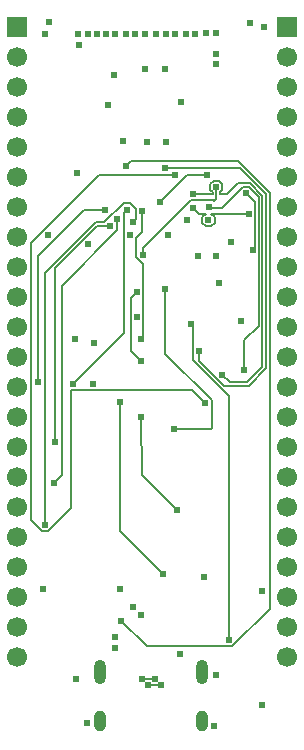
<source format=gbl>
%TF.GenerationSoftware,KiCad,Pcbnew,9.0.6*%
%TF.CreationDate,2025-12-14T17:15:15-06:00*%
%TF.ProjectId,PCB,5043422e-6b69-4636-9164-5f7063625858,rev?*%
%TF.SameCoordinates,Original*%
%TF.FileFunction,Copper,L4,Bot*%
%TF.FilePolarity,Positive*%
%FSLAX46Y46*%
G04 Gerber Fmt 4.6, Leading zero omitted, Abs format (unit mm)*
G04 Created by KiCad (PCBNEW 9.0.6) date 2025-12-14 17:15:15*
%MOMM*%
%LPD*%
G01*
G04 APERTURE LIST*
%TA.AperFunction,ComponentPad*%
%ADD10R,1.700000X1.700000*%
%TD*%
%TA.AperFunction,ComponentPad*%
%ADD11C,1.700000*%
%TD*%
%TA.AperFunction,HeatsinkPad*%
%ADD12O,1.000000X2.100000*%
%TD*%
%TA.AperFunction,HeatsinkPad*%
%ADD13O,1.000000X1.800000*%
%TD*%
%TA.AperFunction,ViaPad*%
%ADD14C,0.604799*%
%TD*%
%TA.AperFunction,Conductor*%
%ADD15C,0.152400*%
%TD*%
G04 APERTURE END LIST*
D10*
%TO.P,J1,1,Pin_1*%
%TO.N,/3V3*%
X115010000Y-66110000D03*
D11*
%TO.P,J1,2,Pin_2*%
%TO.N,/GPIO0*%
X115010000Y-68650000D03*
%TO.P,J1,3,Pin_3*%
%TO.N,/GPIO1*%
X115010000Y-71190000D03*
%TO.P,J1,4,Pin_4*%
%TO.N,/GPIO2*%
X115010000Y-73730000D03*
%TO.P,J1,5,Pin_5*%
%TO.N,/GPIO3*%
X115010000Y-76270000D03*
%TO.P,J1,6,Pin_6*%
%TO.N,/GPIO4*%
X115010000Y-78810000D03*
%TO.P,J1,7,Pin_7*%
%TO.N,/GPIO5*%
X115010000Y-81350000D03*
%TO.P,J1,8,Pin_8*%
%TO.N,/GPIO6*%
X115010000Y-83890000D03*
%TO.P,J1,9,Pin_9*%
%TO.N,/GPIO7*%
X115010000Y-86430000D03*
%TO.P,J1,10,Pin_10*%
%TO.N,/GPIO8*%
X115010000Y-88970000D03*
%TO.P,J1,11,Pin_11*%
%TO.N,/GPIO9*%
X115010000Y-91510000D03*
%TO.P,J1,12,Pin_12*%
%TO.N,/GPIO10*%
X115010000Y-94050000D03*
%TO.P,J1,13,Pin_13*%
%TO.N,/GPIO11*%
X115010000Y-96590000D03*
%TO.P,J1,14,Pin_14*%
%TO.N,/GPIO12*%
X115010000Y-99130000D03*
%TO.P,J1,15,Pin_15*%
%TO.N,/GPIO13*%
X115010000Y-101670000D03*
%TO.P,J1,16,Pin_16*%
%TO.N,/GPIO14*%
X115010000Y-104210000D03*
%TO.P,J1,17,Pin_17*%
%TO.N,/GPIO15*%
X115010000Y-106750000D03*
%TO.P,J1,18,Pin_18*%
%TO.N,/GPIO16*%
X115010000Y-109290000D03*
%TO.P,J1,19,Pin_19*%
%TO.N,/I2C_SCL*%
X115010000Y-111830000D03*
%TO.P,J1,20,Pin_20*%
%TO.N,/I2C_SDA*%
X115010000Y-114370000D03*
%TO.P,J1,21,Pin_21*%
%TO.N,/5VUSB*%
X115010000Y-116910000D03*
%TO.P,J1,22,Pin_22*%
%TO.N,GND*%
X115010000Y-119450000D03*
%TD*%
D12*
%TO.P,JUSB1,S1,SHIELD*%
%TO.N,GND*%
X122040000Y-120700000D03*
D13*
X122040000Y-124880000D03*
D12*
X130680000Y-120700000D03*
D13*
X130680000Y-124880000D03*
%TD*%
D10*
%TO.P,J3,1,Pin_1*%
%TO.N,GND*%
X137870000Y-66110000D03*
D11*
%TO.P,J3,2,Pin_2*%
%TO.N,/ESP32_EN*%
X137870000Y-68650000D03*
%TO.P,J3,3,Pin_3*%
%TO.N,/GPIO46*%
X137870000Y-71190000D03*
%TO.P,J3,4,Pin_4*%
%TO.N,/GPIO45*%
X137870000Y-73730000D03*
%TO.P,J3,5,Pin_5*%
%TO.N,/RXD*%
X137870000Y-76270000D03*
%TO.P,J3,6,Pin_6*%
%TO.N,/TXD*%
X137870000Y-78810000D03*
%TO.P,J3,7,Pin_7*%
%TO.N,/GPIO42*%
X137870000Y-81350000D03*
%TO.P,J3,8,Pin_8*%
%TO.N,/GPIO41*%
X137870000Y-83890000D03*
%TO.P,J3,9,Pin_9*%
%TO.N,/GPIO40*%
X137870000Y-86430000D03*
%TO.P,J3,10,Pin_10*%
%TO.N,/GPIO39*%
X137870000Y-88970000D03*
%TO.P,J3,11,Pin_11*%
%TO.N,/GPIO38*%
X137870000Y-91510000D03*
%TO.P,J3,12,Pin_12*%
%TO.N,/GPIO37*%
X137870000Y-94050000D03*
%TO.P,J3,13,Pin_13*%
%TO.N,/GPIO36*%
X137870000Y-96590000D03*
%TO.P,J3,14,Pin_14*%
%TO.N,/GPIO35*%
X137870000Y-99130000D03*
%TO.P,J3,15,Pin_15*%
%TO.N,/GPIO34*%
X137870000Y-101670000D03*
%TO.P,J3,16,Pin_16*%
%TO.N,/GPIO33*%
X137870000Y-104210000D03*
%TO.P,J3,17,Pin_17*%
%TO.N,/GPIO26*%
X137870000Y-106750000D03*
%TO.P,J3,18,Pin_18*%
%TO.N,/GPIO21*%
X137870000Y-109290000D03*
%TO.P,J3,19,Pin_19*%
%TO.N,unconnected-(J3-Pin_19-Pad19)*%
X137870000Y-111830000D03*
%TO.P,J3,20,Pin_20*%
%TO.N,unconnected-(J3-Pin_20-Pad20)*%
X137870000Y-114370000D03*
%TO.P,J3,21,Pin_21*%
%TO.N,/GPIO48*%
X137870000Y-116910000D03*
%TO.P,J3,22,Pin_22*%
%TO.N,/GPIO47*%
X137870000Y-119450000D03*
%TD*%
D14*
%TO.N,GND*%
X131699000Y-125222000D03*
X131826000Y-69215000D03*
X125494838Y-115834299D03*
X129413000Y-82423000D03*
X127635000Y-66675000D03*
X127635000Y-75819000D03*
X123698000Y-113665000D03*
X129286000Y-66675000D03*
X130980094Y-66589335D03*
X131826000Y-66548000D03*
X122682000Y-72644000D03*
X120142000Y-66675000D03*
X131826000Y-85471000D03*
X121031000Y-66675000D03*
X133985000Y-90932000D03*
X117729000Y-65659000D03*
X117221000Y-113665000D03*
X124968000Y-66675000D03*
X122555000Y-66675000D03*
X125158500Y-90614500D03*
X121500000Y-92840000D03*
X120269000Y-67564000D03*
X127508000Y-69596000D03*
X121385600Y-96292401D03*
X128905000Y-72390000D03*
X130810000Y-112649000D03*
X125857000Y-69596000D03*
X134740000Y-65760000D03*
X120015000Y-121285000D03*
X125857000Y-66675000D03*
X135763000Y-113792000D03*
X128397000Y-66675000D03*
X123952000Y-75692000D03*
X132080000Y-87757000D03*
X123317000Y-66675000D03*
X123190000Y-70104000D03*
X135763000Y-123444000D03*
X124206000Y-66675000D03*
X130048000Y-66675000D03*
X131190294Y-82423708D03*
X120100000Y-78470000D03*
X121031000Y-84455000D03*
X130302000Y-85471000D03*
X121793000Y-66675000D03*
X125984000Y-75819000D03*
X131826000Y-68326000D03*
X135890000Y-66040000D03*
X120904000Y-124968000D03*
X131826000Y-120904000D03*
X126746000Y-66675000D03*
%TO.N,/3V3*%
X119888000Y-92456000D03*
X127762000Y-83693000D03*
X124587000Y-83693000D03*
X123698000Y-97790000D03*
X129921000Y-81407000D03*
X134620000Y-81915000D03*
X117602000Y-83693000D03*
X117348000Y-66675000D03*
X127381000Y-112395000D03*
%TO.N,/ESP32_EN*%
X131064000Y-78613000D03*
X132969000Y-117983000D03*
X127127000Y-80899000D03*
X129676639Y-91186000D03*
%TO.N,/GPIO0*%
X123825000Y-116332000D03*
X124206000Y-77851000D03*
%TO.N,/5VUSB*%
X128760000Y-119126000D03*
X123317000Y-117729000D03*
X133063419Y-84283274D03*
X124841000Y-115189000D03*
X123317000Y-118618000D03*
%TO.N,/GPIO48*%
X131846000Y-79629000D03*
X125476000Y-99060000D03*
X125622100Y-85344000D03*
X128540000Y-106960000D03*
X125159501Y-88519000D03*
X125476000Y-94361000D03*
%TO.N,/GPIO16*%
X117348000Y-108204000D03*
X124841000Y-82550000D03*
%TO.N,/GPIO13*%
X122399715Y-81531769D03*
X116735999Y-96139000D03*
%TO.N,/I2C_SDA*%
X125603000Y-81661000D03*
X125476000Y-92456000D03*
%TO.N,/GPIO15*%
X123466999Y-82296000D03*
X118110000Y-104648000D03*
%TO.N,/I2C_SCL*%
X119761000Y-96266000D03*
X124333000Y-81534000D03*
%TO.N,/GPIO14*%
X118237000Y-101219000D03*
X122855999Y-82931000D03*
%TO.N,/GPIO33*%
X132334000Y-95504000D03*
X129910122Y-80217002D03*
%TO.N,/GPIO26*%
X130937000Y-97917000D03*
X128397000Y-78613000D03*
%TO.N,/GPIO21*%
X127508000Y-77978000D03*
X130429000Y-93472000D03*
%TO.N,/GPIO47*%
X128270000Y-100076000D03*
X127508000Y-88265000D03*
%TO.N,/GPIO35*%
X134926368Y-84963000D03*
X134366000Y-80137000D03*
%TO.N,/GPIO34*%
X134239000Y-95123000D03*
X131252727Y-81279000D03*
%TO.N,/USB_N*%
X126640999Y-121285000D03*
X125604401Y-121283765D03*
%TO.N,/USB_P*%
X126106465Y-121821307D03*
X127184401Y-121775149D03*
%TD*%
D15*
%TO.N,/3V3*%
X129921000Y-81407000D02*
X130429000Y-81915000D01*
X130429000Y-81915000D02*
X130946640Y-81915000D01*
X123698000Y-108712000D02*
X123698000Y-97790000D01*
X130659001Y-82202639D02*
X130659001Y-82643362D01*
X131411362Y-82955000D02*
X131723000Y-82643362D01*
X130946640Y-81915000D02*
X130659001Y-82202639D01*
X131723000Y-82202639D02*
X131435361Y-81915000D01*
X131723000Y-82643362D02*
X131723000Y-82202639D01*
X130970639Y-82955000D02*
X131411362Y-82955000D01*
X130659001Y-82643362D02*
X130970639Y-82955000D01*
X131435361Y-81915000D02*
X134620000Y-81915000D01*
X127381000Y-112395000D02*
X123698000Y-108712000D01*
%TO.N,/ESP32_EN*%
X127127000Y-80899000D02*
X129413000Y-78613000D01*
X129676639Y-91186000D02*
X129746002Y-91186000D01*
X129897001Y-94251828D02*
X132969000Y-97323827D01*
X129413000Y-78613000D02*
X131064000Y-78613000D01*
X129897001Y-91336999D02*
X129897001Y-94251828D01*
X132969000Y-97323827D02*
X132969000Y-117983000D01*
X129746002Y-91186000D02*
X129897001Y-91336999D01*
%TO.N,/GPIO0*%
X126008000Y-118515000D02*
X123825000Y-116332000D01*
X136375200Y-115329162D02*
X133189362Y-118515000D01*
X124610999Y-77446001D02*
X133724763Y-77446001D01*
X133724763Y-77446001D02*
X136375200Y-80096438D01*
X136375200Y-80096438D02*
X136375200Y-115329162D01*
X133189362Y-118515000D02*
X126008000Y-118515000D01*
X124206000Y-77851000D02*
X124610999Y-77446001D01*
%TO.N,/5VUSB*%
X128760000Y-119108000D02*
X128651000Y-118999000D01*
X128760000Y-119126000D02*
X128760000Y-119108000D01*
%TO.N,/GPIO48*%
X128540000Y-106960000D02*
X128540000Y-106950000D01*
X125603000Y-104013000D02*
X125476000Y-99060000D01*
X128540000Y-106950000D02*
X125603000Y-104013000D01*
X131675001Y-80748001D02*
X131699000Y-80772000D01*
X125622100Y-85344000D02*
X125622100Y-84826540D01*
X125476000Y-94361000D02*
X124626501Y-93511501D01*
X125622100Y-84826540D02*
X129700639Y-80748001D01*
X124626501Y-89052000D02*
X125159501Y-88519000D01*
X131846000Y-80625000D02*
X131846000Y-79629000D01*
X131699000Y-80772000D02*
X131846000Y-80625000D01*
X129700639Y-80748001D02*
X131675001Y-80748001D01*
X124626501Y-93511501D02*
X124626501Y-89052000D01*
%TO.N,/GPIO16*%
X124553362Y-81002001D02*
X125071001Y-81519640D01*
X117348000Y-86943533D02*
X121666333Y-82625200D01*
X122385439Y-82625200D02*
X124008638Y-81002001D01*
X117348000Y-108204000D02*
X117348000Y-86943533D01*
X121666333Y-82625200D02*
X122385439Y-82625200D01*
X125071001Y-82319999D02*
X124841000Y-82550000D01*
X124008638Y-81002001D02*
X124553362Y-81002001D01*
X125071001Y-81519640D02*
X125071001Y-82319999D01*
%TO.N,/GPIO13*%
X120652231Y-81531769D02*
X116735999Y-85448001D01*
X116735999Y-85448001D02*
X116735999Y-96139000D01*
X122399715Y-81531769D02*
X120652231Y-81531769D01*
%TO.N,/I2C_SDA*%
X125603000Y-83429362D02*
X125603000Y-81661000D01*
X125476000Y-92456000D02*
X125690500Y-92241500D01*
X125690500Y-86164761D02*
X125090101Y-85564362D01*
X125690500Y-92241500D02*
X125690500Y-86164761D01*
X125090101Y-85564362D02*
X125090101Y-83942261D01*
X125090101Y-83942261D02*
X125603000Y-83429362D01*
%TO.N,/GPIO15*%
X118110000Y-104648000D02*
X118769000Y-103989000D01*
X118769000Y-103989000D02*
X118769000Y-87987000D01*
X118769000Y-87987000D02*
X123466999Y-83289001D01*
X123466999Y-83289001D02*
X123466999Y-82296000D01*
%TO.N,/I2C_SCL*%
X124055001Y-91971999D02*
X119761000Y-96266000D01*
X124333000Y-81534000D02*
X124055001Y-81811999D01*
X124055001Y-81811999D02*
X124055001Y-91971999D01*
%TO.N,/GPIO14*%
X118237000Y-86487000D02*
X121793000Y-82931000D01*
X118237000Y-101219000D02*
X118237000Y-86487000D01*
X121793000Y-82931000D02*
X122855999Y-82931000D01*
%TO.N,/GPIO33*%
X132782692Y-80217002D02*
X133700493Y-79299201D01*
X131540200Y-80217002D02*
X131540200Y-80075561D01*
X132151800Y-80075562D02*
X132151800Y-80217002D01*
X135763600Y-94858762D02*
X135763600Y-80349772D01*
X132151800Y-80217002D02*
X132782692Y-80217002D01*
X134713028Y-79299201D02*
X133858000Y-79299201D01*
X133858000Y-79299201D02*
X133806799Y-79299201D01*
X131314001Y-79408639D02*
X131625639Y-79097001D01*
X132378000Y-79849362D02*
X132151800Y-80075562D01*
X135763600Y-80349772D02*
X134713028Y-79299201D01*
X131314001Y-79849362D02*
X131314001Y-79408639D01*
X131625639Y-79097001D02*
X132066362Y-79097001D01*
X132066362Y-79097001D02*
X132378000Y-79408639D01*
X131540200Y-80075561D02*
X131314001Y-79849362D01*
X134459362Y-96163000D02*
X135763600Y-94858762D01*
X133700493Y-79299201D02*
X133858000Y-79299201D01*
X132993000Y-96163000D02*
X134459362Y-96163000D01*
X129910122Y-80217002D02*
X131540200Y-80217002D01*
X132378000Y-79408639D02*
X132378000Y-79849362D01*
X132334000Y-95504000D02*
X132993000Y-96163000D01*
%TO.N,/GPIO26*%
X129818000Y-96798000D02*
X119540639Y-96798000D01*
X116204000Y-84338640D02*
X121929640Y-78613000D01*
X121929640Y-78613000D02*
X128397000Y-78613000D01*
X117127639Y-108736000D02*
X116204000Y-107812361D01*
X117568362Y-108736000D02*
X117127639Y-108736000D01*
X119540639Y-106763723D02*
X117568362Y-108736000D01*
X130937000Y-97917000D02*
X129818000Y-96798000D01*
X119540639Y-96798000D02*
X119540639Y-106763723D01*
X116204000Y-107812361D02*
X116204000Y-84338640D01*
%TO.N,/GPIO21*%
X130429000Y-94351361D02*
X132546439Y-96468800D01*
X134586029Y-96468800D02*
X136069400Y-94985428D01*
X130429000Y-93472000D02*
X130429000Y-94351361D01*
X136069400Y-94985428D02*
X136069400Y-80223105D01*
X132546439Y-96468800D02*
X134586029Y-96468800D01*
X136069400Y-80223105D02*
X133824295Y-77978000D01*
X133824295Y-77978000D02*
X127508000Y-77978000D01*
%TO.N,/GPIO47*%
X127508000Y-93735639D02*
X127508000Y-88265000D01*
X131469000Y-97696639D02*
X127508000Y-93735639D01*
X131469000Y-100018295D02*
X131469000Y-97696639D01*
X131411295Y-100076000D02*
X131469000Y-100018295D01*
X128270000Y-100076000D02*
X131411295Y-100076000D01*
%TO.N,/GPIO35*%
X135152000Y-80923000D02*
X134366000Y-80137000D01*
X135152000Y-84737368D02*
X135152000Y-80923000D01*
X134926368Y-84963000D02*
X135152000Y-84737368D01*
%TO.N,/GPIO34*%
X132366639Y-81384001D02*
X134145639Y-79605001D01*
X131357728Y-81384001D02*
X132366639Y-81384001D01*
X134145639Y-79605001D02*
X134586362Y-79605001D01*
X135457800Y-80476439D02*
X135457800Y-91364200D01*
X134239000Y-92583000D02*
X134239000Y-95123000D01*
X135457800Y-91364200D02*
X134239000Y-92583000D01*
X134586362Y-79605001D02*
X135457800Y-80476439D01*
X131252727Y-81279000D02*
X131357728Y-81384001D01*
%TO.N,/USB_N*%
X125605636Y-121285000D02*
X126640999Y-121285000D01*
X125604401Y-121283765D02*
X125605636Y-121285000D01*
%TO.N,/USB_P*%
X127166550Y-121793000D02*
X126885361Y-121793000D01*
X126717693Y-121821307D02*
X126106465Y-121821307D01*
X126885361Y-121793000D02*
X126861361Y-121817000D01*
X126861361Y-121817000D02*
X126722000Y-121817000D01*
X127184401Y-121775149D02*
X127166550Y-121793000D01*
X126722000Y-121817000D02*
X126717693Y-121821307D01*
%TD*%
M02*

</source>
